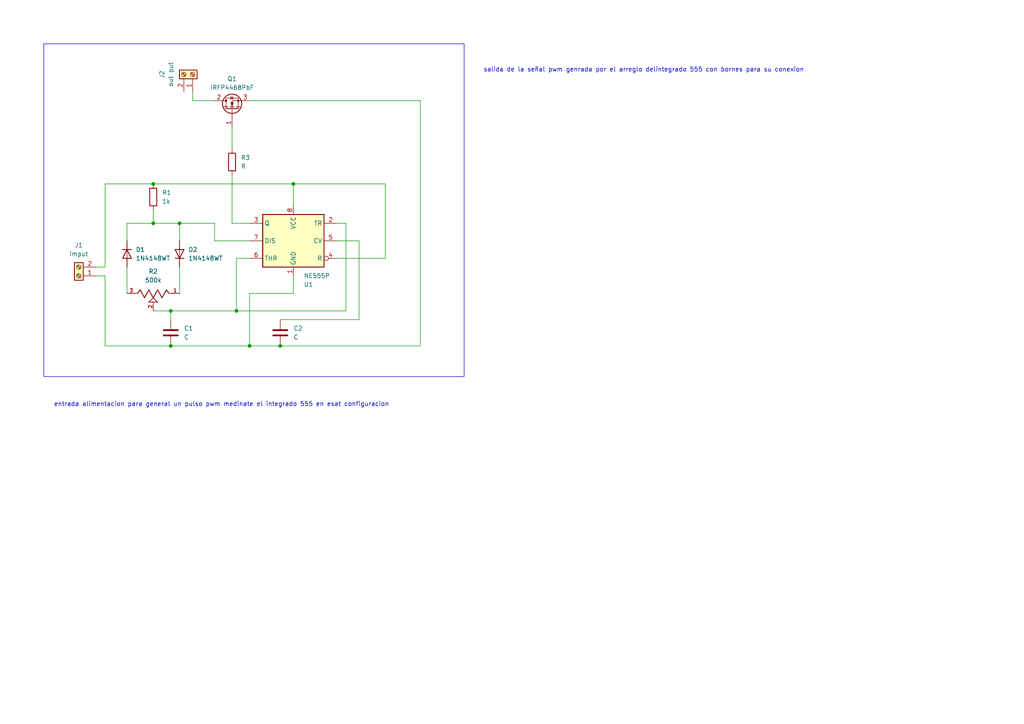
<source format=kicad_sch>
(kicad_sch (version 20231120) (generator "eeschema") (generator_version "8.0")
  (paper "A4")
  (title_block (title "controlador pwm") (date "2024-04-21") (rev "Nicolas Antezna") (company "ucb") (comment 1 "controlador de pulsos pwm"))
  (lib_symbols
    (symbol "Connector:Screw_Terminal_01x02" (pin_names (offset 1.016) hide)
      (property "Reference" "J" (at 0 2.54 0))
      (property "Value" "Screw_Terminal_01x02" (at 0 -5.08 0))
      (symbol "Screw_Terminal_01x02_1_1"
        (rectangle (start -1.27 1.27) (end 1.27 -3.81) (stroke (width 0.254)) (fill (type background)))
        (circle (center 0 -2.54) (radius 0.635) (stroke (width 0.1524)))
        (polyline (pts (xy -0.5334 -2.2098) (xy 0.3302 -3.048)) (stroke (width 0.1524)))
        (polyline (pts (xy -0.5334 0.3302) (xy 0.3302 -0.508)) (stroke (width 0.1524)))
        (polyline (pts (xy -0.3556 -2.032) (xy 0.508 -2.8702)) (stroke (width 0.1524)))
        (polyline (pts (xy -0.3556 0.508) (xy 0.508 -0.3302)) (stroke (width 0.1524)))
        (circle (center 0 0) (radius 0.635) (stroke (width 0.1524)))
        (pin passive line (at -5.08 0 0) (length 3.81) (name "Pin_1") (number "1"))
        (pin passive line (at -5.08 -2.54 0) (length 3.81) (name "Pin_2") (number "2"))
      )
    )
    (symbol "Device:C" (pin_numbers hide) (pin_names (offset 0.254))
      (property "Reference" "C" (at 0.635 2.54 0))
      (property "Value" "C" (at 0.635 -2.54 0))
      (symbol "C_0_1"
        (polyline (pts (xy -2.032 -0.762) (xy 2.032 -0.762)) (stroke (width 0.508)))
        (polyline (pts (xy -2.032 0.762) (xy 2.032 0.762)) (stroke (width 0.508)))
      )
      (symbol "C_1_1"
        (pin passive line (at 0 3.81 270) (length 2.794) (name "~") (number "1"))
        (pin passive line (at 0 -3.81 90) (length 2.794) (name "~") (number "2"))
      )
    )
    (symbol "Device:R" (pin_numbers hide) (pin_names (offset 0))
      (property "Reference" "R" (at 2.032 0 90))
      (property "Value" "R" (at 0 0 90))
      (symbol "R_0_1"
        (rectangle (start -1.016 -2.54) (end 1.016 2.54) (stroke (width 0.254)))
      )
      (symbol "R_1_1"
        (pin passive line (at 0 3.81 270) (length 1.27) (name "~") (number "1"))
        (pin passive line (at 0 -3.81 90) (length 1.27) (name "~") (number "2"))
      )
    )
    (symbol "Diode:1N4148WT" (pin_numbers hide) (pin_names hide)
      (property "Reference" "D" (at 0 2.54 0))
      (property "Value" "1N4148WT" (at 0 -2.54 0))
      (symbol "1N4148WT_0_1"
        (polyline (pts (xy -1.27 1.27) (xy -1.27 -1.27)) (stroke (width 0.254)))
        (polyline (pts (xy 1.27 0) (xy -1.27 0)))
        (polyline (pts (xy 1.27 1.27) (xy 1.27 -1.27) (xy -1.27 0) (xy 1.27 1.27)) (stroke (width 0.254)))
      )
      (symbol "1N4148WT_1_1"
        (pin passive line (at -3.81 0 0) (length 2.54) (name "K") (number "1"))
        (pin passive line (at 3.81 0 180) (length 2.54) (name "A") (number "2"))
      )
    )
    (symbol "PT01-B120K2-A102:PT01-B120K2-A102" (pin_names (offset 1.016))
      (property "Reference" "R" (at -7.62 10.16 0))
      (property "Value" "PT01-B120K2-A102" (at -7.62 -5.08 0))
      (symbol "PT01-B120K2-A102_0_0"
        (polyline (pts (xy -4.572 0) (xy -5.08 0)) (stroke (width 0.1524)))
        (polyline (pts (xy -3.81 -1.016) (xy -4.572 0)) (stroke (width 0.254)))
        (polyline (pts (xy -2.54 1.27) (xy -3.81 -1.016)) (stroke (width 0.254)))
        (polyline (pts (xy -1.27 -1.016) (xy -2.54 1.27)) (stroke (width 0.254)))
        (polyline (pts (xy -1.27 2.54) (xy 1.27 2.54)) (stroke (width 0.2032)))
        (polyline (pts (xy 0 1.27) (xy -1.27 -1.016)) (stroke (width 0.254)))
        (polyline (pts (xy 0 1.27) (xy -1.27 2.54)) (stroke (width 0.2032)))
        (polyline (pts (xy 1.27 -1.016) (xy 0 1.27)) (stroke (width 0.254)))
        (polyline (pts (xy 1.27 2.54) (xy 0 1.27)) (stroke (width 0.2032)))
        (polyline (pts (xy 2.54 1.27) (xy 1.27 -1.016)) (stroke (width 0.254)))
        (polyline (pts (xy 3.81 -1.016) (xy 2.54 1.27)) (stroke (width 0.254)))
        (polyline (pts (xy 4.572 0) (xy 3.81 -1.016)) (stroke (width 0.254)))
        (polyline (pts (xy 5.08 0) (xy 4.572 0)) (stroke (width 0.1524)))
        (pin passive line (at -7.62 0 0) (length 2.54) (name "~") (number "1"))
        (pin passive line (at 0 5.08 270) (length 2.54) (name "~") (number "2"))
        (pin passive line (at 7.62 0 180) (length 2.54) (name "~") (number "3"))
      )
    )
    (symbol "Timer:NE555P"
      (property "Reference" "U" (at -10.16 8.89 0))
      (property "Value" "NE555P" (at 2.54 8.89 0))
      (symbol "NE555P_0_0"
        (pin power_in line (at 0 -10.16 90) (length 2.54) (name "GND") (number "1"))
        (pin power_in line (at 0 10.16 270) (length 2.54) (name "VCC") (number "8"))
      )
      (symbol "NE555P_0_1"
        (rectangle (start -8.89 -7.62) (end 8.89 7.62) (stroke (width 0.254)) (fill (type background)))
        (rectangle (start -8.89 -7.62) (end 8.89 7.62) (stroke (width 0.254)) (fill (type background)))
      )
      (symbol "NE555P_1_1"
        (pin input line (at -12.7 5.08 0) (length 3.81) (name "TR") (number "2"))
        (pin output line (at 12.7 5.08 180) (length 3.81) (name "Q") (number "3"))
        (pin input inverted (at -12.7 -5.08 0) (length 3.81) (name "R") (number "4"))
        (pin input line (at -12.7 0 0) (length 3.81) (name "CV") (number "5"))
        (pin input line (at 12.7 -5.08 180) (length 3.81) (name "THR") (number "6"))
        (pin input line (at 12.7 0 180) (length 3.81) (name "DIS") (number "7"))
      )
    )
    (symbol "Transistor_FET:IRFP4468PbF" (pin_names hide)
      (property "Reference" "Q" (at 5.08 1.905 0))
      (property "Value" "IRFP4468PbF" (at 5.08 0 0))
      (symbol "IRFP4468PbF_0_1"
        (polyline (pts (xy 0.254 0) (xy -2.54 0)))
        (polyline (pts (xy 0.254 1.905) (xy 0.254 -1.905)) (stroke (width 0.254)))
        (polyline (pts (xy 0.762 -1.27) (xy 0.762 -2.286)) (stroke (width 0.254)))
        (polyline (pts (xy 0.762 0.508) (xy 0.762 -0.508)) (stroke (width 0.254)))
        (polyline (pts (xy 0.762 2.286) (xy 0.762 1.27)) (stroke (width 0.254)))
        (polyline (pts (xy 2.54 2.54) (xy 2.54 1.778)))
        (polyline (pts (xy 2.54 -2.54) (xy 2.54 0) (xy 0.762 0)))
        (polyline (pts (xy 0.762 -1.778) (xy 3.302 -1.778) (xy 3.302 1.778) (xy 0.762 1.778)))
        (polyline (pts (xy 1.016 0) (xy 2.032 0.381) (xy 2.032 -0.381) (xy 1.016 0)) (fill (type outline)))
        (polyline (pts (xy 2.794 0.508) (xy 2.921 0.381) (xy 3.683 0.381) (xy 3.81 0.254)))
        (polyline (pts (xy 3.302 0.381) (xy 2.921 -0.254) (xy 3.683 -0.254) (xy 3.302 0.381)))
        (circle (center 1.651 0) (radius 2.794) (stroke (width 0.254)))
        (circle (center 2.54 -1.778) (radius 0.254) (fill (type outline)))
        (circle (center 2.54 1.778) (radius 0.254) (fill (type outline)))
      )
      (symbol "IRFP4468PbF_1_1"
        (pin input line (at -5.08 0 0) (length 2.54) (name "G") (number "1"))
        (pin passive line (at 2.54 5.08 270) (length 2.54) (name "D") (number "2"))
        (pin passive line (at 2.54 -5.08 90) (length 2.54) (name "S") (number "3"))
      )
    )
  )
  (junction (at 49.53 90.17))
  (junction (at 81.28 100.33))
  (junction (at 72.39 100.33))
  (junction (at 49.53 100.33))
  (junction (at 44.45 64.77))
  (junction (at 52.07 64.77))
  (junction (at 85.09 53.34))
  (junction (at 68.58 90.17))
  (junction (at 44.45 53.34))
  (wire (pts (xy 85.09 53.34) (xy 44.45 53.34)))
  (wire (pts (xy 36.83 77.47) (xy 36.83 85.09)))
  (wire (pts (xy 72.39 29.21) (xy 121.92 29.21)))
  (wire (pts (xy 97.79 74.93) (xy 111.76 74.93)))
  (wire (pts (xy 121.92 100.33) (xy 81.28 100.33)))
  (wire (pts (xy 121.92 29.21) (xy 121.92 100.33)))
  (wire (pts (xy 30.48 77.47) (xy 27.94 77.47)))
  (wire (pts (xy 72.39 74.93) (xy 68.58 74.93)))
  (wire (pts (xy 52.07 64.77) (xy 44.45 64.77)))
  (wire (pts (xy 52.07 69.85) (xy 52.07 64.77)))
  (wire (pts (xy 49.53 90.17) (xy 68.58 90.17)))
  (wire (pts (xy 72.39 64.77) (xy 67.31 64.77)))
  (wire (pts (xy 55.88 29.21) (xy 55.88 26.67)))
  (wire (pts (xy 49.53 90.17) (xy 49.53 92.71)))
  (wire (pts (xy 30.48 100.33) (xy 30.48 80.01)))
  (wire (pts (xy 104.14 92.71) (xy 81.28 92.71)))
  (wire (pts (xy 44.45 53.34) (xy 30.48 53.34)))
  (wire (pts (xy 52.07 77.47) (xy 52.07 85.09)))
  (wire (pts (xy 72.39 85.09) (xy 72.39 100.33)))
  (wire (pts (xy 85.09 59.69) (xy 85.09 53.34)))
  (wire (pts (xy 85.09 53.34) (xy 111.76 53.34)))
  (wire (pts (xy 36.83 64.77) (xy 44.45 64.77)))
  (wire (pts (xy 44.45 60.96) (xy 44.45 64.77)))
  (wire (pts (xy 111.76 74.93) (xy 111.76 53.34)))
  (wire (pts (xy 49.53 100.33) (xy 72.39 100.33)))
  (wire (pts (xy 100.33 64.77) (xy 100.33 90.17)))
  (wire (pts (xy 62.23 69.85) (xy 62.23 64.77)))
  (wire (pts (xy 68.58 74.93) (xy 68.58 90.17)))
  (wire (pts (xy 44.45 90.17) (xy 49.53 90.17)))
  (wire (pts (xy 49.53 100.33) (xy 30.48 100.33)))
  (wire (pts (xy 67.31 36.83) (xy 67.31 43.18)))
  (wire (pts (xy 62.23 29.21) (xy 55.88 29.21)))
  (wire (pts (xy 97.79 64.77) (xy 100.33 64.77)))
  (wire (pts (xy 85.09 80.01) (xy 85.09 85.09)))
  (wire (pts (xy 36.83 69.85) (xy 36.83 64.77)))
  (wire (pts (xy 72.39 100.33) (xy 81.28 100.33)))
  (wire (pts (xy 104.14 69.85) (xy 104.14 92.71)))
  (wire (pts (xy 30.48 53.34) (xy 30.48 77.47)))
  (wire (pts (xy 100.33 90.17) (xy 68.58 90.17)))
  (wire (pts (xy 62.23 64.77) (xy 52.07 64.77)))
  (wire (pts (xy 85.09 85.09) (xy 72.39 85.09)))
  (wire (pts (xy 72.39 69.85) (xy 62.23 69.85)))
  (wire (pts (xy 97.79 69.85) (xy 104.14 69.85)))
  (wire (pts (xy 67.31 50.8) (xy 67.31 64.77)))
  (wire (pts (xy 30.48 80.01) (xy 27.94 80.01)))
  (rectangle (start 12.7 12.7) (end 134.62 109.22))
  (text "salida de la señal pwm genrada por el arreglo delintegrado 555 con bornes para su conexion " (at 187.198 20.32 0) (effects (font (size 1.27 1.27))))
  (text "entrada alimentacion para general un pulso pwm medinate el integrado 555 en esat configuracion" (at 64.262 117.348 0) (effects (font (size 1.27 1.27))))
  (symbol (lib_id "Diode:1N4148WT") (at 36.83 73.66 270) (unit 1)
    (property "Reference" "D1" (at 39.37 72.3899 90) (effects (justify left)))
    (property "Value" "1N4148WT" (at 39.37 74.9299 90) (effects (justify left)))
    (property "Footprint" "Diode_SMD:D_SOD-523" (effects (hide yes)))
    (property "Datasheet" "https://www.diodes.com/assets/Datasheets/ds30396.pdf" (effects (hide yes)))
    (property "Description" "75V 0.15A Fast switching Diode, SOD-523" (effects (hide yes)))
    (property "Sim.Device" "D" (effects (hide yes)))
    (property "Sim.Pins" "1=K 2=A" (effects (hide yes)))
  )
  (symbol (lib_id "Device:C") (at 81.28 96.52 0) (unit 1)
    (property "Reference" "C2" (at 85.09 95.2499 0) (effects (justify left)))
    (property "Value" "C" (at 85.09 97.7899 0) (effects (justify left)))
    (property "Footprint" "Capacitor_THT:C_Axial_L3.8mm_D2.6mm_P10.00mm_Horizontal" (effects (hide yes)))
    (property "Description" "Unpolarized capacitor" (effects (hide yes)))
  )
  (symbol (lib_id "Device:C") (at 49.53 96.52 0) (unit 1)
    (property "Reference" "C1" (at 53.34 95.2499 0) (effects (justify left)))
    (property "Value" "C" (at 53.34 97.7899 0) (effects (justify left)))
    (property "Footprint" "Capacitor_THT:C_Axial_L3.8mm_D2.6mm_P10.00mm_Horizontal" (effects (hide yes)))
    (property "Description" "Unpolarized capacitor" (effects (hide yes)))
  )
  (symbol (lib_id "Diode:1N4148WT") (at 52.07 73.66 90) (unit 1)
    (property "Reference" "D2" (at 54.61 72.3899 90) (effects (justify right)))
    (property "Value" "1N4148WT" (at 54.61 74.9299 90) (effects (justify right)))
    (property "Footprint" "Diode_SMD:D_SOD-523" (effects (hide yes)))
    (property "Datasheet" "https://www.diodes.com/assets/Datasheets/ds30396.pdf" (effects (hide yes)))
    (property "Description" "75V 0.15A Fast switching Diode, SOD-523" (effects (hide yes)))
    (property "Sim.Device" "D" (effects (hide yes)))
    (property "Sim.Pins" "1=K 2=A" (effects (hide yes)))
  )
  (symbol (lib_id "Connector:Screw_Terminal_01x02") (at 22.86 80.01 180) (unit 1)
    (property "Reference" "J1" (at 22.86 71.12 0))
    (property "Value" "imput" (at 22.86 73.66 0))
    (property "Footprint" "TerminalBlock:TerminalBlock_Altech_AK300-2_P5.00mm" (effects (hide yes)))
    (property "Description" "Generic screw terminal, single row, 01x02, script generated (kicad-library-utils/schlib/autogen/connector/)" (effects (hide yes)))
  )
  (symbol (lib_id "PT01-B120K2-A102:PT01-B120K2-A102") (at 44.45 85.09 180) (unit 1)
    (property "Reference" "R2" (at 44.45 78.74 0))
    (property "Value" "500k" (at 44.45 81.28 0))
    (property "Footprint" "PT01-B120K2-A102:TRIM_PT01-B120K2-A102" (effects (hide yes)))
    (property "MF" "CUI Devices" (effects (hide yes)))
    (property "MAXIMUM_PACKAGE_HEIGHT" "15.5 mm" (effects (hide yes)))
    (property "Package" "None" (effects (hide yes)))
    (property "Price" "None" (effects (hide yes)))
    (property "Check_prices" "https://www.snapeda.com/parts/PT01-B120K2-A102/CUI+Devices/view-part/?ref=eda" (effects (hide yes)))
    (property "STANDARD" "Manufacturer Recommendations" (effects (hide yes)))
    (property "PARTREV" "1.0" (effects (hide yes)))
    (property "SnapEDA_Link" "https://www.snapeda.com/parts/PT01-B120K2-A102/CUI+Devices/view-part/?ref=snap" (effects (hide yes)))
    (property "MP" "PT01-B120K2-A102" (effects (hide yes)))
    (property "Purchase-URL" "https://www.snapeda.com/api/url_track_click_mouser/?unipart_id=11811988&manufacturer=CUI Devices&part_name=PT01-B120K2-A102&search_term=potentiometer" (effects (hide yes)))
    (property "Description_1" "10 mm, Vertical, Logarithmic, 1 kΩ, Through Hole, Knurled (40 Teeth) Rotary Potentiometer" (effects (hide yes)))
    (property "CUI_purchase_URL" "https://www.cuidevices.com/product/motion-and-control/potentiometers/rotary-potentiometers/pt01-b120k2-a102?utm_source=snapeda.com&utm_medium=referral&utm_campaign=snapedaBOM" (effects (hide yes)))
    (property "Availability" "In Stock" (effects (hide yes)))
    (property "MANUFACTURER" "CUI Devices" (effects (hide yes)))
  )
  (symbol (lib_id "Device:R") (at 67.31 46.99 0) (unit 1)
    (property "Reference" "R3" (at 69.85 45.7199 0) (effects (justify left)))
    (property "Value" "R" (at 69.85 48.2599 0) (effects (justify left)))
    (property "Footprint" "Resistor_THT:R_Axial_DIN0207_L6.3mm_D2.5mm_P10.16mm_Horizontal" (effects (hide yes)))
    (property "Description" "Resistor" (effects (hide yes)))
  )
  (symbol (lib_id "Connector:Screw_Terminal_01x02") (at 55.88 21.59 270) (mirror x) (unit 1)
    (property "Reference" "J2" (at 46.99 21.59 0))
    (property "Value" "out put" (at 49.53 21.59 0))
    (property "Footprint" "TerminalBlock:TerminalBlock_Altech_AK300-2_P5.00mm" (effects (hide yes)))
    (property "Description" "Generic screw terminal, single row, 01x02, script generated (kicad-library-utils/schlib/autogen/connector/)" (effects (hide yes)))
  )
  (symbol (lib_id "Device:R") (at 44.45 57.15 0) (unit 1)
    (property "Reference" "R1" (at 46.99 55.8799 0) (effects (justify left)))
    (property "Value" "1k" (at 46.99 58.4199 0) (effects (justify left)))
    (property "Footprint" "Resistor_THT:R_Axial_DIN0309_L9.0mm_D3.2mm_P12.70mm_Horizontal" (effects (hide yes)))
    (property "Description" "Resistor" (effects (hide yes)))
  )
  (symbol (lib_id "Transistor_FET:IRFP4468PbF") (at 67.31 31.75 90) (unit 1)
    (property "Reference" "Q1" (at 67.31 22.86 90))
    (property "Value" "IRFP4468PbF" (at 67.31 25.4 90))
    (property "Footprint" "Package_TO_SOT_THT:TO-247-3_Horizontal_TabDown" (effects (hide yes)))
    (property "Datasheet" "https://www.infineon.com/dgdl/irfp4468pbf.pdf?fileId=5546d462533600a40153562c73472019" (effects (hide yes)))
    (property "Description" "195A Id, 100V Vds, N-Channel Power MOSFET, TO-247" (effects (hide yes)))
  )
  (symbol (lib_id "Timer:NE555P") (at 85.09 69.85 0) (mirror y) (unit 1)
    (property "Reference" "U1" (at 88.1065 82.55 0) (effects (justify right)))
    (property "Value" "NE555P" (at 88.1065 80.01 0) (effects (justify right)))
    (property "Footprint" "Package_DIP:DIP-8_W7.62mm_LongPads" (effects (hide yes)))
    (property "Datasheet" "http://www.ti.com/lit/ds/symlink/ne555.pdf" (effects (hide yes)))
    (property "Description" "Precision Timers, 555 compatible,  PDIP-8" (effects (hide yes)))
  )
)
</source>
